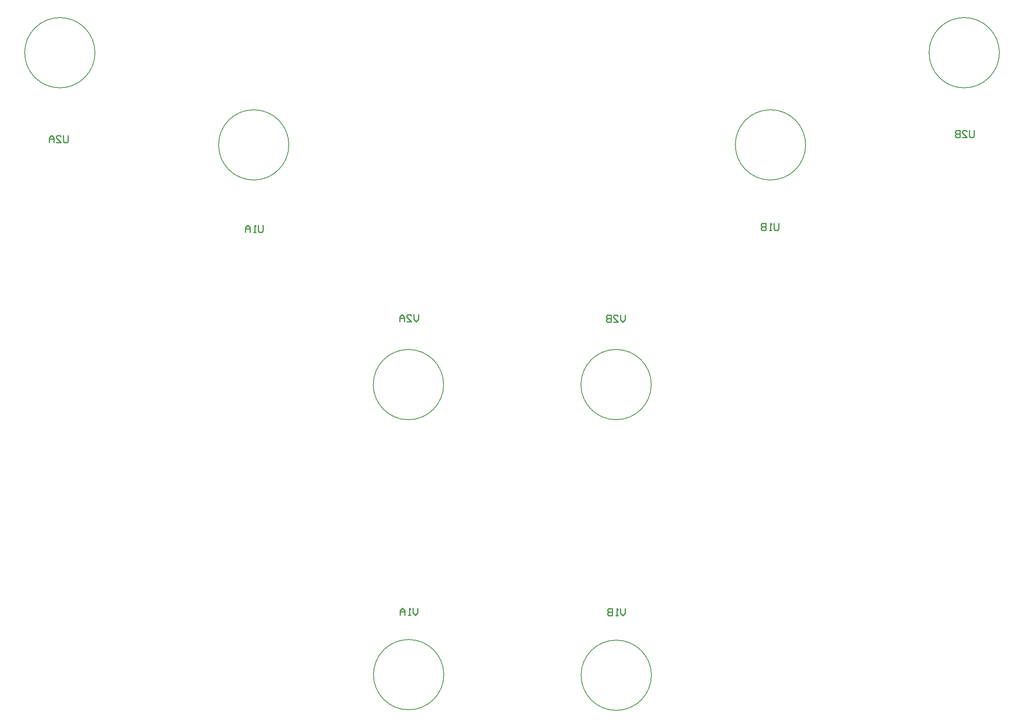
<source format=gbo>
G04*
G04 #@! TF.GenerationSoftware,Altium Limited,Altium Designer,24.5.2 (23)*
G04*
G04 Layer_Color=32896*
%FSLAX44Y44*%
%MOMM*%
G71*
G04*
G04 #@! TF.SameCoordinates,D553E347-6E3C-48DD-9562-C4322221CC57*
G04*
G04*
G04 #@! TF.FilePolarity,Positive*
G04*
G01*
G75*
%ADD10C,0.1270*%
%ADD12C,0.2540*%
D10*
X2191512Y1040130D02*
G03*
X2191512Y1040130I-76200J0D01*
G01*
X2192020Y410972D02*
G03*
X2192020Y410972I-76200J0D01*
G01*
X2641854Y409702D02*
G03*
X2641854Y409702I-76200J0D01*
G01*
X2641600Y1040130D02*
G03*
X2641600Y1040130I-76200J0D01*
G01*
X1856232Y1560068D02*
G03*
X1856232Y1560068I-76200J0D01*
G01*
X2976118D02*
G03*
X2976118Y1560068I-76200J0D01*
G01*
X1436116Y1759966D02*
G03*
X1436116Y1759966I-76200J0D01*
G01*
X3395980Y1759966D02*
G03*
X3395980Y1759966I-76200J0D01*
G01*
D12*
X2137149Y1192020D02*
Y1181863D01*
X2132071Y1176785D01*
X2126993Y1181863D01*
Y1192020D01*
X2111758Y1176785D02*
X2121914D01*
X2111758Y1186941D01*
Y1189480D01*
X2114297Y1192020D01*
X2119375D01*
X2121914Y1189480D01*
X2106679Y1176785D02*
Y1186941D01*
X2101601Y1192020D01*
X2096523Y1186941D01*
Y1176785D01*
Y1184402D01*
X2106679D01*
X2585206Y554479D02*
Y544323D01*
X2580128Y539244D01*
X2575049Y544323D01*
Y554479D01*
X2569971Y539244D02*
X2564892D01*
X2567432D01*
Y554479D01*
X2569971Y551940D01*
X2557275Y554479D02*
Y539244D01*
X2549657D01*
X2547118Y541784D01*
Y544323D01*
X2549657Y546862D01*
X2557275D01*
X2549657D01*
X2547118Y549401D01*
Y551940D01*
X2549657Y554479D01*
X2557275D01*
X2135118Y554987D02*
Y544831D01*
X2130040Y539753D01*
X2124961Y544831D01*
Y554987D01*
X2119883Y539753D02*
X2114804D01*
X2117344D01*
Y554987D01*
X2119883Y552448D01*
X2107187Y539753D02*
Y549909D01*
X2102108Y554987D01*
X2097030Y549909D01*
Y539753D01*
Y547370D01*
X2107187D01*
X2585205Y1191257D02*
Y1181101D01*
X2580127Y1176022D01*
X2575049Y1181101D01*
Y1191257D01*
X2559814Y1176022D02*
X2569970D01*
X2559814Y1186179D01*
Y1188718D01*
X2562353Y1191257D01*
X2567431D01*
X2569970Y1188718D01*
X2554735Y1191257D02*
Y1176022D01*
X2547118D01*
X2544579Y1178562D01*
Y1181101D01*
X2547118Y1183640D01*
X2554735D01*
X2547118D01*
X2544579Y1186179D01*
Y1188718D01*
X2547118Y1191257D01*
X2554735D01*
X3340576Y1591662D02*
Y1578967D01*
X3338036Y1576427D01*
X3332958D01*
X3330419Y1578967D01*
Y1591662D01*
X3315184Y1576427D02*
X3325341D01*
X3315184Y1586584D01*
Y1589123D01*
X3317723Y1591662D01*
X3322802D01*
X3325341Y1589123D01*
X3310106Y1591662D02*
Y1576427D01*
X3302488D01*
X3299949Y1578967D01*
Y1581506D01*
X3302488Y1584045D01*
X3310106D01*
X3302488D01*
X3299949Y1586584D01*
Y1589123D01*
X3302488Y1591662D01*
X3310106D01*
X1377733Y1580244D02*
Y1567548D01*
X1375193Y1565009D01*
X1370115D01*
X1367576Y1567548D01*
Y1580244D01*
X1352341Y1565009D02*
X1362498D01*
X1352341Y1575165D01*
Y1577704D01*
X1354880Y1580244D01*
X1359958D01*
X1362498Y1577704D01*
X1347263Y1565009D02*
Y1575165D01*
X1342184Y1580244D01*
X1337106Y1575165D01*
Y1565009D01*
Y1572626D01*
X1347263D01*
X2917692Y1389886D02*
Y1377190D01*
X2915153Y1374651D01*
X2910074D01*
X2907535Y1377190D01*
Y1389886D01*
X2902457Y1374651D02*
X2897379D01*
X2899918D01*
Y1389886D01*
X2902457Y1387346D01*
X2889761Y1389886D02*
Y1374651D01*
X2882143D01*
X2879604Y1377190D01*
Y1379729D01*
X2882143Y1382268D01*
X2889761D01*
X2882143D01*
X2879604Y1384807D01*
Y1387346D01*
X2882143Y1389886D01*
X2889761D01*
X1800346Y1386075D02*
Y1373380D01*
X1797807Y1370840D01*
X1792728D01*
X1790189Y1373380D01*
Y1386075D01*
X1785111Y1370840D02*
X1780032D01*
X1782572D01*
Y1386075D01*
X1785111Y1383536D01*
X1772415Y1370840D02*
Y1380997D01*
X1767336Y1386075D01*
X1762258Y1380997D01*
Y1370840D01*
Y1378458D01*
X1772415D01*
M02*

</source>
